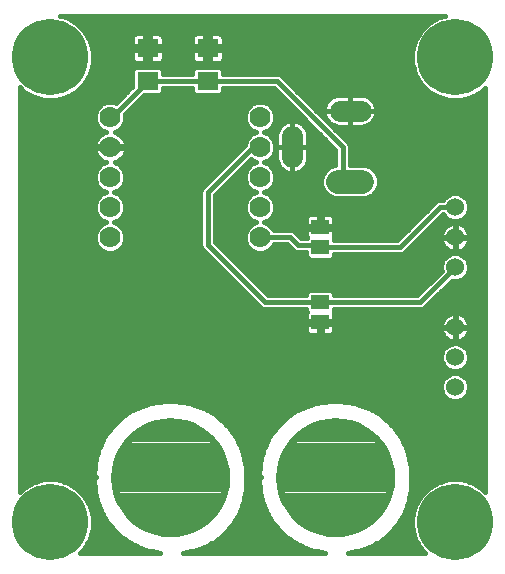
<source format=gtl>
G75*
%MOIN*%
%OFA0B0*%
%FSLAX24Y24*%
%IPPOS*%
%LPD*%
%AMOC8*
5,1,8,0,0,1.08239X$1,22.5*
%
%ADD10C,0.0700*%
%ADD11C,0.0700*%
%ADD12C,0.0800*%
%ADD13C,0.0600*%
%ADD14R,0.0591X0.0512*%
%ADD15C,0.0340*%
%ADD16C,0.0240*%
%ADD17R,0.0709X0.0630*%
%ADD18C,0.0160*%
%ADD19C,0.2540*%
D10*
X003680Y011180D03*
X003680Y012180D03*
X003680Y013180D03*
X003680Y014180D03*
X003680Y015180D03*
X008680Y015180D03*
X008680Y014180D03*
X008680Y013180D03*
X008680Y012180D03*
X008680Y011180D03*
D11*
X009751Y013848D02*
X009751Y014548D01*
X011330Y015399D02*
X012030Y015399D01*
D12*
X012080Y013036D02*
X011280Y013036D01*
D13*
X015180Y012180D03*
X015180Y011180D03*
X015180Y010180D03*
X015180Y008180D03*
X015180Y007180D03*
X015180Y006180D03*
D14*
X010680Y008345D03*
X010680Y009015D03*
X010680Y010845D03*
X010680Y011515D03*
D15*
X011180Y004780D03*
X005680Y004780D03*
D16*
X005680Y005050D02*
X005436Y005034D01*
X005196Y004986D01*
X004964Y004908D01*
X004745Y004800D01*
X004542Y004664D01*
X004358Y004502D01*
X004196Y004318D01*
X004060Y004115D01*
X003952Y003896D01*
X003874Y003664D01*
X003826Y003424D01*
X003810Y003180D01*
X003826Y002936D01*
X003874Y002696D01*
X003952Y002464D01*
X004060Y002245D01*
X004196Y002042D01*
X004358Y001858D01*
X004542Y001696D01*
X004745Y001560D01*
X004964Y001452D01*
X005196Y001374D01*
X005436Y001326D01*
X005680Y001310D01*
X005924Y001326D01*
X006164Y001374D01*
X006396Y001452D01*
X006615Y001560D01*
X006818Y001696D01*
X007002Y001858D01*
X007164Y002042D01*
X007300Y002245D01*
X007408Y002464D01*
X007486Y002696D01*
X007534Y002936D01*
X007550Y003180D01*
X007534Y003424D01*
X007486Y003664D01*
X007408Y003896D01*
X007300Y004115D01*
X007164Y004318D01*
X007002Y004502D01*
X006818Y004664D01*
X006615Y004800D01*
X006396Y004908D01*
X006164Y004986D01*
X005924Y005034D01*
X005680Y005050D01*
X005089Y004950D02*
X006271Y004950D01*
X006747Y004712D02*
X004613Y004712D01*
X004332Y004473D02*
X007028Y004473D01*
X007220Y004235D02*
X004140Y004235D01*
X004002Y003996D02*
X007358Y003996D01*
X007455Y003758D02*
X003905Y003758D01*
X003845Y003519D02*
X007515Y003519D01*
X007543Y003281D02*
X003817Y003281D01*
X003819Y003042D02*
X007541Y003042D01*
X007508Y002804D02*
X003852Y002804D01*
X003918Y002565D02*
X007442Y002565D01*
X007340Y002327D02*
X004020Y002327D01*
X004165Y002088D02*
X007195Y002088D01*
X006993Y001850D02*
X004367Y001850D01*
X004669Y001611D02*
X006691Y001611D01*
X006158Y001373D02*
X005202Y001373D01*
X009374Y002696D02*
X009326Y002936D01*
X009310Y003180D01*
X009326Y003424D01*
X009374Y003664D01*
X009452Y003896D01*
X009560Y004115D01*
X009696Y004318D01*
X009858Y004502D01*
X010042Y004664D01*
X010245Y004800D01*
X010464Y004908D01*
X010696Y004986D01*
X010936Y005034D01*
X011180Y005050D01*
X011424Y005034D01*
X011664Y004986D01*
X011896Y004908D01*
X012115Y004800D01*
X012318Y004664D01*
X012502Y004502D01*
X012664Y004318D01*
X012800Y004115D01*
X012908Y003896D01*
X012986Y003664D01*
X013034Y003424D01*
X013050Y003180D01*
X013034Y002936D01*
X012986Y002696D01*
X012908Y002464D01*
X012800Y002245D01*
X012664Y002042D01*
X012502Y001858D01*
X012318Y001696D01*
X012115Y001560D01*
X011896Y001452D01*
X011664Y001374D01*
X011424Y001326D01*
X011180Y001310D01*
X010936Y001326D01*
X010696Y001374D01*
X010464Y001452D01*
X010245Y001560D01*
X010042Y001696D01*
X009858Y001858D01*
X009696Y002042D01*
X009560Y002245D01*
X009452Y002464D01*
X009374Y002696D01*
X009352Y002804D02*
X013008Y002804D01*
X013041Y003042D02*
X009319Y003042D01*
X009317Y003281D02*
X013043Y003281D01*
X013015Y003519D02*
X009345Y003519D01*
X009405Y003758D02*
X012955Y003758D01*
X012858Y003996D02*
X009502Y003996D01*
X009640Y004235D02*
X012720Y004235D01*
X012528Y004473D02*
X009832Y004473D01*
X010113Y004712D02*
X012247Y004712D01*
X011771Y004950D02*
X010589Y004950D01*
X009418Y002565D02*
X012942Y002565D01*
X012840Y002327D02*
X009520Y002327D01*
X009665Y002088D02*
X012695Y002088D01*
X012493Y001850D02*
X009867Y001850D01*
X010169Y001611D02*
X012191Y001611D01*
X011658Y001373D02*
X010702Y001373D01*
D17*
X006930Y016379D03*
X006930Y017481D03*
X004930Y017481D03*
X004930Y016379D03*
D18*
X006930Y016379D01*
X009231Y016379D01*
X011430Y014180D01*
X011430Y013286D01*
X011680Y013036D01*
X011670Y013596D02*
X011670Y014228D01*
X011633Y014316D01*
X011566Y014383D01*
X009367Y016582D01*
X009279Y016619D01*
X007444Y016619D01*
X007444Y016760D01*
X007351Y016854D01*
X006509Y016854D01*
X006416Y016760D01*
X006416Y016619D01*
X005444Y016619D01*
X005444Y016760D01*
X005351Y016854D01*
X004509Y016854D01*
X004416Y016760D01*
X004416Y016204D01*
X003867Y015655D01*
X003781Y015690D01*
X003579Y015690D01*
X003391Y015612D01*
X003248Y015469D01*
X003170Y015281D01*
X003170Y015079D01*
X000660Y015079D01*
X000660Y014921D02*
X003235Y014921D01*
X003248Y014891D02*
X003391Y014748D01*
X003532Y014689D01*
X003477Y014671D01*
X003402Y014633D01*
X003335Y014584D01*
X003276Y014525D01*
X003227Y014458D01*
X003189Y014383D01*
X003163Y014304D01*
X003150Y014222D01*
X003150Y014208D01*
X003652Y014208D01*
X003652Y014152D01*
X003150Y014152D01*
X003150Y014138D01*
X003163Y014056D01*
X003189Y013977D01*
X003227Y013902D01*
X003276Y013835D01*
X003335Y013776D01*
X003402Y013727D01*
X003477Y013689D01*
X003532Y013671D01*
X003391Y013612D01*
X003248Y013469D01*
X003170Y013281D01*
X003170Y013079D01*
X003248Y012891D01*
X003391Y012748D01*
X003554Y012680D01*
X003391Y012612D01*
X003248Y012469D01*
X003170Y012281D01*
X003170Y012079D01*
X003248Y011891D01*
X003391Y011748D01*
X003554Y011680D01*
X003391Y011612D01*
X003248Y011469D01*
X003170Y011281D01*
X003170Y011079D01*
X003248Y010891D01*
X003391Y010748D01*
X003579Y010670D01*
X003781Y010670D01*
X003969Y010748D01*
X004112Y010891D01*
X004190Y011079D01*
X004190Y011281D01*
X004112Y011469D01*
X003969Y011612D01*
X003806Y011680D01*
X003969Y011748D01*
X004112Y011891D01*
X004190Y012079D01*
X004190Y012281D01*
X004112Y012469D01*
X003969Y012612D01*
X003806Y012680D01*
X003969Y012748D01*
X004112Y012891D01*
X004190Y013079D01*
X004190Y013281D01*
X004112Y013469D01*
X003969Y013612D01*
X003828Y013671D01*
X003883Y013689D01*
X003958Y013727D01*
X004025Y013776D01*
X004084Y013835D01*
X004133Y013902D01*
X004171Y013977D01*
X004197Y014056D01*
X004210Y014138D01*
X004210Y014152D01*
X003708Y014152D01*
X003708Y014208D01*
X004210Y014208D01*
X004210Y014222D01*
X004197Y014304D01*
X004171Y014383D01*
X004133Y014458D01*
X004084Y014525D01*
X004025Y014584D01*
X003958Y014633D01*
X003883Y014671D01*
X003828Y014689D01*
X003969Y014748D01*
X004112Y014891D01*
X004190Y015079D01*
X008170Y015079D01*
X008248Y014891D01*
X008391Y014748D01*
X008554Y014680D01*
X008391Y014612D01*
X008248Y014469D01*
X008170Y014281D01*
X008170Y014259D01*
X006794Y012883D01*
X006727Y012816D01*
X006690Y012728D01*
X006690Y010882D01*
X006727Y010794D01*
X006794Y010727D01*
X008709Y008811D01*
X008798Y008775D01*
X010225Y008775D01*
X010225Y008692D01*
X010228Y008689D01*
X010217Y008671D01*
X010205Y008625D01*
X010205Y008393D01*
X010632Y008393D01*
X010632Y008297D01*
X010728Y008297D01*
X010728Y007909D01*
X010999Y007909D01*
X011045Y007922D01*
X011086Y007945D01*
X011119Y007979D01*
X011143Y008020D01*
X011155Y008066D01*
X011155Y008297D01*
X010728Y008297D01*
X010728Y008393D01*
X011155Y008393D01*
X011155Y008625D01*
X011143Y008671D01*
X011132Y008689D01*
X011135Y008692D01*
X011135Y008775D01*
X014062Y008775D01*
X014151Y008811D01*
X015068Y009729D01*
X015088Y009720D01*
X015271Y009720D01*
X015441Y009790D01*
X015570Y009919D01*
X015640Y010088D01*
X015640Y010271D01*
X015570Y010441D01*
X015441Y010570D01*
X015271Y010640D01*
X015088Y010640D01*
X014919Y010570D01*
X014790Y010441D01*
X014720Y010271D01*
X014720Y010088D01*
X014729Y010068D01*
X013915Y009255D01*
X011135Y009255D01*
X011135Y009337D01*
X011042Y009431D01*
X010318Y009431D01*
X010225Y009337D01*
X010225Y009255D01*
X008945Y009255D01*
X007170Y011029D01*
X007170Y012581D01*
X008364Y013775D01*
X008391Y013748D01*
X008554Y013680D01*
X008391Y013612D01*
X008248Y013469D01*
X008170Y013281D01*
X008170Y013079D01*
X008248Y012891D01*
X008391Y012748D01*
X008554Y012680D01*
X008391Y012612D01*
X008248Y012469D01*
X008170Y012281D01*
X008170Y012079D01*
X008248Y011891D01*
X008391Y011748D01*
X008554Y011680D01*
X008391Y011612D01*
X008248Y011469D01*
X008170Y011281D01*
X008170Y011079D01*
X008248Y010891D01*
X008391Y010748D01*
X008579Y010670D01*
X008781Y010670D01*
X008969Y010748D01*
X009112Y010891D01*
X009133Y010940D01*
X009581Y010940D01*
X009727Y010794D01*
X009794Y010727D01*
X009882Y010690D01*
X010225Y010690D01*
X010225Y010523D01*
X010318Y010429D01*
X011042Y010429D01*
X011135Y010523D01*
X011135Y010605D01*
X013393Y010605D01*
X013481Y010642D01*
X014779Y011940D01*
X014782Y011940D01*
X014790Y011919D01*
X014919Y011790D01*
X015088Y011720D01*
X015271Y011720D01*
X015441Y011790D01*
X015570Y011919D01*
X015640Y012088D01*
X015640Y012271D01*
X015570Y012441D01*
X015441Y012570D01*
X015271Y012640D01*
X015088Y012640D01*
X014919Y012570D01*
X014790Y012441D01*
X014782Y012420D01*
X014632Y012420D01*
X014544Y012383D01*
X014477Y012316D01*
X013246Y011085D01*
X011135Y011085D01*
X011135Y011168D01*
X011132Y011171D01*
X011143Y011189D01*
X011155Y011235D01*
X011155Y011467D01*
X010728Y011467D01*
X010728Y011563D01*
X010632Y011563D01*
X010632Y011951D01*
X010361Y011951D01*
X010315Y011938D01*
X010274Y011915D01*
X010241Y011881D01*
X010217Y011840D01*
X010205Y011794D01*
X010205Y011563D01*
X010632Y011563D01*
X010632Y011467D01*
X010205Y011467D01*
X010205Y011235D01*
X010217Y011189D01*
X010228Y011171D01*
X010227Y011170D01*
X010029Y011170D01*
X009816Y011383D01*
X009728Y011420D01*
X009133Y011420D01*
X009112Y011469D01*
X008969Y011612D01*
X008806Y011680D01*
X008969Y011748D01*
X009112Y011891D01*
X009190Y012079D01*
X009190Y012281D01*
X009112Y012469D01*
X008969Y012612D01*
X008806Y012680D01*
X008969Y012748D01*
X009112Y012891D01*
X009190Y013079D01*
X009190Y013281D01*
X009112Y013469D01*
X008969Y013612D01*
X008806Y013680D01*
X008969Y013748D01*
X009112Y013891D01*
X009190Y014079D01*
X009190Y014281D01*
X009112Y014469D01*
X008969Y014612D01*
X008806Y014680D01*
X008969Y014748D01*
X009112Y014891D01*
X009190Y015079D01*
X010192Y015079D01*
X010096Y014952D02*
X010155Y014893D01*
X010204Y014825D01*
X010242Y014751D01*
X010268Y014672D01*
X010281Y014589D01*
X010281Y014198D01*
X009751Y014198D01*
X009751Y014198D01*
X009751Y015078D01*
X009793Y015078D01*
X009875Y015065D01*
X009954Y015039D01*
X010029Y015001D01*
X010096Y014952D01*
X010128Y014921D02*
X010350Y014921D01*
X010237Y014762D02*
X010509Y014762D01*
X010667Y014604D02*
X010279Y014604D01*
X010281Y014445D02*
X010826Y014445D01*
X010984Y014287D02*
X010281Y014287D01*
X010281Y014198D02*
X009751Y014198D01*
X009751Y014198D01*
X009751Y015078D01*
X009709Y015078D01*
X009627Y015065D01*
X009547Y015039D01*
X009473Y015001D01*
X009406Y014952D01*
X009347Y014893D01*
X009298Y014825D01*
X009260Y014751D01*
X009234Y014672D01*
X009221Y014589D01*
X009221Y014198D01*
X009751Y014198D01*
X009751Y014198D01*
X009751Y013318D01*
X009793Y013318D01*
X009875Y013331D01*
X009954Y013357D01*
X010029Y013394D01*
X010096Y013443D01*
X010155Y013502D01*
X010204Y013570D01*
X010242Y013644D01*
X010268Y013724D01*
X010281Y013806D01*
X010281Y014198D01*
X010281Y014128D02*
X011143Y014128D01*
X011190Y014081D02*
X011190Y013596D01*
X011169Y013596D01*
X010963Y013511D01*
X010805Y013354D01*
X010720Y013148D01*
X010720Y012925D01*
X010805Y012719D01*
X010963Y012562D01*
X011169Y012476D01*
X012191Y012476D01*
X012397Y012562D01*
X012555Y012719D01*
X012640Y012925D01*
X012640Y013148D01*
X012555Y013354D01*
X012397Y013511D01*
X012191Y013596D01*
X011670Y013596D01*
X011670Y013653D02*
X016192Y013653D01*
X016192Y013811D02*
X011670Y013811D01*
X011670Y013970D02*
X016192Y013970D01*
X016192Y014128D02*
X011670Y014128D01*
X011646Y014287D02*
X016192Y014287D01*
X016192Y014445D02*
X011504Y014445D01*
X011346Y014604D02*
X016192Y014604D01*
X016192Y014762D02*
X011187Y014762D01*
X011206Y014882D02*
X011288Y014869D01*
X011680Y014869D01*
X012072Y014869D01*
X012154Y014882D01*
X012233Y014907D01*
X012308Y014945D01*
X012375Y014994D01*
X012434Y015053D01*
X012483Y015121D01*
X012521Y015195D01*
X012547Y015274D01*
X012560Y015357D01*
X012560Y015398D01*
X011680Y015398D01*
X011680Y014869D01*
X011680Y015398D01*
X011680Y015398D01*
X011680Y015399D01*
X011680Y015929D01*
X011288Y015929D01*
X011206Y015915D01*
X011127Y015890D01*
X011052Y015852D01*
X010985Y015803D01*
X010926Y015744D01*
X010877Y015676D01*
X010839Y015602D01*
X010813Y015523D01*
X010800Y015440D01*
X010800Y015399D01*
X011680Y015399D01*
X011680Y015399D01*
X011680Y015929D01*
X012072Y015929D01*
X012154Y015915D01*
X012233Y015890D01*
X012308Y015852D01*
X012375Y015803D01*
X012434Y015744D01*
X012483Y015676D01*
X012521Y015602D01*
X012547Y015523D01*
X012560Y015440D01*
X012560Y015399D01*
X011680Y015399D01*
X011680Y015398D01*
X010800Y015398D01*
X010800Y015357D01*
X010813Y015274D01*
X010839Y015195D01*
X010877Y015121D01*
X010926Y015053D01*
X010985Y014994D01*
X011052Y014945D01*
X011127Y014907D01*
X011206Y014882D01*
X011101Y014921D02*
X011029Y014921D01*
X010907Y015079D02*
X010870Y015079D01*
X010825Y015238D02*
X010712Y015238D01*
X010800Y015396D02*
X010553Y015396D01*
X010395Y015555D02*
X010823Y015555D01*
X010903Y015713D02*
X010236Y015713D01*
X010078Y015872D02*
X011091Y015872D01*
X011680Y015872D02*
X011680Y015872D01*
X011680Y015713D02*
X011680Y015713D01*
X011680Y015555D02*
X011680Y015555D01*
X011680Y015396D02*
X011680Y015396D01*
X011680Y015238D02*
X011680Y015238D01*
X011680Y015079D02*
X011680Y015079D01*
X011680Y014921D02*
X011680Y014921D01*
X012259Y014921D02*
X016192Y014921D01*
X016192Y015079D02*
X012453Y015079D01*
X012535Y015238D02*
X016192Y015238D01*
X016192Y015396D02*
X012560Y015396D01*
X012537Y015555D02*
X016192Y015555D01*
X016192Y015713D02*
X012457Y015713D01*
X012269Y015872D02*
X014586Y015872D01*
X014628Y015847D02*
X014992Y015750D01*
X015368Y015750D01*
X015732Y015847D01*
X016058Y016036D01*
X016192Y016170D01*
X016192Y002690D01*
X016058Y002824D01*
X015732Y003013D01*
X015368Y003110D01*
X014992Y003110D01*
X014628Y003013D01*
X014302Y002824D01*
X014036Y002558D01*
X013847Y002232D01*
X013750Y001868D01*
X013750Y001492D01*
X013847Y001128D01*
X014036Y000802D01*
X014178Y000660D01*
X011624Y000660D01*
X011661Y000667D01*
X011707Y000670D01*
X011713Y000676D01*
X011886Y000708D01*
X011894Y000704D01*
X011938Y000717D01*
X011983Y000726D01*
X011988Y000733D01*
X012156Y000786D01*
X012164Y000782D01*
X012206Y000801D01*
X012250Y000815D01*
X012254Y000823D01*
X012415Y000895D01*
X012424Y000893D01*
X012463Y000917D01*
X012505Y000936D01*
X012508Y000944D01*
X012659Y001035D01*
X012668Y001034D01*
X012704Y001062D01*
X012743Y001086D01*
X012745Y001095D01*
X012884Y001203D01*
X012893Y001203D01*
X012925Y001236D01*
X012961Y001264D01*
X012963Y001273D01*
X013087Y001397D01*
X013096Y001399D01*
X013124Y001435D01*
X013157Y001467D01*
X013157Y001476D01*
X013265Y001615D01*
X013274Y001617D01*
X013298Y001656D01*
X013326Y001692D01*
X013325Y001701D01*
X013416Y001852D01*
X013424Y001855D01*
X013443Y001897D01*
X013467Y001936D01*
X013465Y001945D01*
X013537Y002106D01*
X013545Y002110D01*
X013559Y002154D01*
X013578Y002196D01*
X013574Y002204D01*
X013627Y002372D01*
X013634Y002377D01*
X013643Y002422D01*
X013656Y002466D01*
X013652Y002474D01*
X013684Y002647D01*
X013690Y002653D01*
X013693Y002699D01*
X013702Y002744D01*
X013696Y002752D01*
X013707Y002923D01*
X013710Y002926D01*
X013710Y002976D01*
X013713Y003026D01*
X013710Y003029D01*
X013710Y003231D01*
X013713Y003234D01*
X013710Y003284D01*
X013710Y003334D01*
X013707Y003337D01*
X013696Y003520D01*
X013701Y003528D01*
X013693Y003573D01*
X013690Y003619D01*
X013683Y003625D01*
X013649Y003810D01*
X013653Y003818D01*
X013640Y003862D01*
X013631Y003907D01*
X013624Y003912D01*
X013568Y004091D01*
X013571Y004100D01*
X013552Y004142D01*
X013539Y004186D01*
X013531Y004190D01*
X013454Y004361D01*
X013456Y004370D01*
X013432Y004409D01*
X013413Y004451D01*
X013405Y004455D01*
X013307Y004615D01*
X013308Y004624D01*
X013280Y004661D01*
X013256Y004700D01*
X013248Y004702D01*
X013132Y004850D01*
X013132Y004859D01*
X013099Y004892D01*
X013071Y004928D01*
X013062Y004929D01*
X012929Y005062D01*
X012928Y005071D01*
X012892Y005099D01*
X012859Y005132D01*
X012850Y005132D01*
X012702Y005248D01*
X012700Y005256D01*
X012661Y005280D01*
X012624Y005308D01*
X012615Y005307D01*
X012455Y005405D01*
X012451Y005413D01*
X012409Y005432D01*
X012370Y005456D01*
X012361Y005454D01*
X012190Y005531D01*
X012186Y005539D01*
X012142Y005552D01*
X012100Y005571D01*
X012091Y005568D01*
X011912Y005624D01*
X011907Y005631D01*
X011862Y005640D01*
X011818Y005653D01*
X011810Y005649D01*
X011625Y005683D01*
X011619Y005690D01*
X011573Y005693D01*
X011528Y005701D01*
X011520Y005696D01*
X011337Y005707D01*
X011334Y005710D01*
X011284Y005710D01*
X011234Y005713D01*
X011231Y005710D01*
X011129Y005710D01*
X011126Y005713D01*
X011076Y005710D01*
X011026Y005710D01*
X011023Y005707D01*
X010840Y005696D01*
X010832Y005701D01*
X010787Y005693D01*
X010741Y005690D01*
X010735Y005683D01*
X010550Y005649D01*
X010542Y005653D01*
X010498Y005640D01*
X010453Y005631D01*
X010448Y005624D01*
X010269Y005568D01*
X010260Y005571D01*
X010218Y005552D01*
X010174Y005539D01*
X010170Y005531D01*
X009999Y005454D01*
X009990Y005456D01*
X009951Y005432D01*
X009909Y005413D01*
X009905Y005405D01*
X009745Y005307D01*
X009736Y005308D01*
X009699Y005280D01*
X009660Y005256D01*
X009658Y005248D01*
X009510Y005132D01*
X009501Y005132D01*
X009468Y005099D01*
X009432Y005071D01*
X009431Y005062D01*
X009298Y004929D01*
X009289Y004928D01*
X009261Y004892D01*
X009228Y004859D01*
X009228Y004850D01*
X009112Y004702D01*
X009104Y004700D01*
X009080Y004661D01*
X009052Y004624D01*
X009053Y004615D01*
X008955Y004455D01*
X008947Y004451D01*
X008928Y004409D01*
X008904Y004370D01*
X008906Y004361D01*
X008829Y004190D01*
X008821Y004186D01*
X008808Y004142D01*
X008789Y004100D01*
X008792Y004091D01*
X008736Y003912D01*
X008729Y003907D01*
X008720Y003862D01*
X008707Y003818D01*
X008711Y003810D01*
X008677Y003625D01*
X008670Y003619D01*
X008667Y003573D01*
X008659Y003528D01*
X008664Y003520D01*
X008653Y003337D01*
X008650Y003334D01*
X008650Y003284D01*
X008647Y003234D01*
X008650Y003231D01*
X008650Y003226D01*
X008685Y003191D01*
X008695Y003180D01*
X008685Y003169D01*
X008650Y003134D01*
X008650Y003129D01*
X008647Y003126D01*
X008650Y003076D01*
X008650Y003026D01*
X008653Y003023D01*
X008664Y002840D01*
X008659Y002832D01*
X008667Y002787D01*
X008670Y002741D01*
X008677Y002735D01*
X008711Y002550D01*
X008707Y002542D01*
X008720Y002498D01*
X008729Y002453D01*
X008736Y002448D01*
X008792Y002269D01*
X008789Y002260D01*
X008808Y002218D01*
X008821Y002174D01*
X008829Y002170D01*
X008906Y001999D01*
X008904Y001990D01*
X008928Y001951D01*
X008947Y001909D01*
X008955Y001905D01*
X009053Y001745D01*
X009052Y001736D01*
X009080Y001699D01*
X009104Y001660D01*
X009112Y001658D01*
X009228Y001510D01*
X009228Y001501D01*
X009261Y001468D01*
X009289Y001432D01*
X009298Y001431D01*
X009431Y001298D01*
X009432Y001289D01*
X009468Y001261D01*
X009501Y001228D01*
X009510Y001228D01*
X009658Y001112D01*
X009660Y001104D01*
X009699Y001080D01*
X009736Y001052D01*
X009745Y001053D01*
X009905Y000955D01*
X009909Y000947D01*
X009951Y000928D01*
X009990Y000904D01*
X009999Y000906D01*
X010170Y000829D01*
X010174Y000821D01*
X010218Y000808D01*
X010260Y000789D01*
X010269Y000792D01*
X010448Y000736D01*
X010453Y000729D01*
X010498Y000720D01*
X010542Y000707D01*
X010550Y000711D01*
X010735Y000677D01*
X010741Y000670D01*
X010787Y000667D01*
X010828Y000660D01*
X006124Y000660D01*
X006161Y000667D01*
X006207Y000670D01*
X006213Y000676D01*
X006386Y000708D01*
X006394Y000704D01*
X006438Y000717D01*
X006483Y000726D01*
X006488Y000733D01*
X006656Y000786D01*
X006664Y000782D01*
X006706Y000801D01*
X006750Y000815D01*
X006754Y000823D01*
X006915Y000895D01*
X006924Y000893D01*
X006963Y000917D01*
X007005Y000936D01*
X007008Y000944D01*
X007159Y001035D01*
X007168Y001034D01*
X007204Y001062D01*
X007243Y001086D01*
X007245Y001095D01*
X007384Y001203D01*
X007393Y001203D01*
X007425Y001236D01*
X007461Y001264D01*
X007463Y001273D01*
X007587Y001397D01*
X007596Y001399D01*
X007624Y001435D01*
X007657Y001467D01*
X007657Y001476D01*
X007765Y001615D01*
X007774Y001617D01*
X007798Y001656D01*
X007826Y001692D01*
X007825Y001701D01*
X007916Y001852D01*
X007924Y001855D01*
X007943Y001897D01*
X007967Y001936D01*
X007965Y001945D01*
X008037Y002106D01*
X008045Y002110D01*
X008059Y002154D01*
X008078Y002196D01*
X008074Y002204D01*
X008127Y002372D01*
X008134Y002377D01*
X008143Y002422D01*
X008156Y002466D01*
X008152Y002474D01*
X008184Y002647D01*
X008190Y002653D01*
X008193Y002699D01*
X008202Y002744D01*
X008196Y002752D01*
X008207Y002923D01*
X008210Y002926D01*
X008210Y002976D01*
X008213Y003026D01*
X008210Y003029D01*
X008210Y003231D01*
X008213Y003234D01*
X008210Y003284D01*
X008210Y003334D01*
X008207Y003337D01*
X008196Y003520D01*
X008201Y003528D01*
X008193Y003573D01*
X008190Y003619D01*
X008183Y003625D01*
X008149Y003810D01*
X008153Y003818D01*
X008140Y003862D01*
X008131Y003907D01*
X008124Y003912D01*
X008068Y004091D01*
X008071Y004100D01*
X008052Y004142D01*
X008039Y004186D01*
X008031Y004190D01*
X007954Y004361D01*
X007956Y004370D01*
X007932Y004409D01*
X007913Y004451D01*
X007905Y004455D01*
X007807Y004615D01*
X007808Y004624D01*
X007780Y004661D01*
X007756Y004700D01*
X007748Y004702D01*
X007632Y004850D01*
X007632Y004859D01*
X007599Y004892D01*
X007571Y004928D01*
X007562Y004929D01*
X007429Y005062D01*
X007428Y005071D01*
X007392Y005099D01*
X007359Y005132D01*
X007350Y005132D01*
X007202Y005248D01*
X007200Y005256D01*
X007161Y005280D01*
X007124Y005308D01*
X007115Y005307D01*
X006955Y005405D01*
X006951Y005413D01*
X006909Y005432D01*
X006870Y005456D01*
X006861Y005454D01*
X006690Y005531D01*
X006686Y005539D01*
X006642Y005552D01*
X006600Y005571D01*
X006591Y005568D01*
X006412Y005624D01*
X006407Y005631D01*
X006362Y005640D01*
X006318Y005653D01*
X006310Y005649D01*
X006125Y005683D01*
X006119Y005690D01*
X006073Y005693D01*
X006028Y005701D01*
X006020Y005696D01*
X005837Y005707D01*
X005834Y005710D01*
X005784Y005710D01*
X005734Y005713D01*
X005731Y005710D01*
X005629Y005710D01*
X005626Y005713D01*
X005576Y005710D01*
X005526Y005710D01*
X005523Y005707D01*
X005340Y005696D01*
X005332Y005701D01*
X005287Y005693D01*
X005241Y005690D01*
X005235Y005683D01*
X005050Y005649D01*
X005042Y005653D01*
X004998Y005640D01*
X004953Y005631D01*
X004948Y005624D01*
X004769Y005568D01*
X004760Y005571D01*
X004718Y005552D01*
X004674Y005539D01*
X004670Y005531D01*
X004499Y005454D01*
X004490Y005456D01*
X004451Y005432D01*
X004409Y005413D01*
X004405Y005405D01*
X004245Y005307D01*
X004236Y005308D01*
X004199Y005280D01*
X004160Y005256D01*
X004158Y005248D01*
X004010Y005132D01*
X004001Y005132D01*
X003968Y005099D01*
X003932Y005071D01*
X003931Y005062D01*
X003798Y004929D01*
X003789Y004928D01*
X003761Y004892D01*
X003728Y004859D01*
X003728Y004850D01*
X003612Y004702D01*
X003604Y004700D01*
X003580Y004661D01*
X003552Y004624D01*
X003553Y004615D01*
X003455Y004455D01*
X003447Y004451D01*
X003428Y004409D01*
X003404Y004370D01*
X003406Y004361D01*
X003329Y004190D01*
X003321Y004186D01*
X003308Y004142D01*
X003289Y004100D01*
X003292Y004091D01*
X003236Y003912D01*
X003229Y003907D01*
X003220Y003862D01*
X003207Y003818D01*
X003211Y003810D01*
X003177Y003625D01*
X003170Y003619D01*
X003167Y003573D01*
X003159Y003528D01*
X003164Y003520D01*
X003153Y003337D01*
X003150Y003334D01*
X003150Y003284D01*
X003147Y003234D01*
X003150Y003231D01*
X003150Y003226D01*
X003185Y003191D01*
X003195Y003180D01*
X003185Y003169D01*
X003150Y003134D01*
X003150Y003129D01*
X003147Y003126D01*
X003150Y003076D01*
X003150Y003026D01*
X003153Y003023D01*
X003164Y002840D01*
X003159Y002832D01*
X003167Y002787D01*
X003170Y002741D01*
X003177Y002735D01*
X003211Y002550D01*
X003207Y002542D01*
X003220Y002498D01*
X003229Y002453D01*
X003236Y002448D01*
X003292Y002269D01*
X003289Y002260D01*
X003308Y002218D01*
X003321Y002174D01*
X003329Y002170D01*
X003406Y001999D01*
X003404Y001990D01*
X003428Y001951D01*
X003447Y001909D01*
X003455Y001905D01*
X003553Y001745D01*
X003552Y001736D01*
X003580Y001699D01*
X003604Y001660D01*
X003612Y001658D01*
X003728Y001510D01*
X003728Y001501D01*
X003761Y001468D01*
X003789Y001432D01*
X003798Y001431D01*
X003931Y001298D01*
X003932Y001289D01*
X003968Y001261D01*
X004001Y001228D01*
X004010Y001228D01*
X004158Y001112D01*
X004160Y001104D01*
X004199Y001080D01*
X004236Y001052D01*
X004245Y001053D01*
X004405Y000955D01*
X004409Y000947D01*
X004451Y000928D01*
X004490Y000904D01*
X004499Y000906D01*
X004670Y000829D01*
X004674Y000821D01*
X004718Y000808D01*
X004760Y000789D01*
X004769Y000792D01*
X004948Y000736D01*
X004953Y000729D01*
X004998Y000720D01*
X005042Y000707D01*
X005050Y000711D01*
X005235Y000677D01*
X005241Y000670D01*
X005287Y000667D01*
X005328Y000660D01*
X002682Y000660D01*
X002824Y000802D01*
X003013Y001128D01*
X003110Y001492D01*
X003110Y001868D01*
X003013Y002232D01*
X002824Y002558D01*
X002558Y002824D01*
X002232Y003013D01*
X001868Y003110D01*
X001492Y003110D01*
X001128Y003013D01*
X000802Y002824D01*
X000660Y002682D01*
X000660Y016178D01*
X000802Y016036D01*
X001128Y015847D01*
X001492Y015750D01*
X001868Y015750D01*
X002232Y015847D01*
X002558Y016036D01*
X002824Y016302D01*
X003013Y016628D01*
X003110Y016992D01*
X003110Y017368D01*
X003013Y017732D01*
X002824Y018058D01*
X002558Y018324D01*
X002232Y018513D01*
X002017Y018570D01*
X014843Y018570D01*
X014628Y018513D01*
X014302Y018324D01*
X014036Y018058D01*
X013847Y017732D01*
X013750Y017368D01*
X013750Y016992D01*
X013847Y016628D01*
X014036Y016302D01*
X014302Y016036D01*
X014628Y015847D01*
X014312Y016030D02*
X009919Y016030D01*
X009761Y016189D02*
X014149Y016189D01*
X014010Y016347D02*
X009602Y016347D01*
X009444Y016506D02*
X013918Y016506D01*
X013838Y016664D02*
X007444Y016664D01*
X007382Y016823D02*
X013795Y016823D01*
X013753Y016981D02*
X003107Y016981D01*
X003110Y017140D02*
X004396Y017140D01*
X004396Y017143D02*
X004408Y017097D01*
X004432Y017056D01*
X004465Y017022D01*
X004506Y016998D01*
X004552Y016986D01*
X004853Y016986D01*
X004853Y017404D01*
X005007Y017404D01*
X005007Y016986D01*
X005308Y016986D01*
X005354Y016998D01*
X005395Y017022D01*
X005428Y017056D01*
X005452Y017097D01*
X005464Y017143D01*
X005464Y017404D01*
X005007Y017404D01*
X005007Y017559D01*
X004853Y017559D01*
X004853Y017976D01*
X004552Y017976D01*
X004506Y017964D01*
X004465Y017940D01*
X004432Y017907D01*
X004408Y017866D01*
X004396Y017820D01*
X004396Y017559D01*
X004853Y017559D01*
X004853Y017404D01*
X004396Y017404D01*
X004396Y017143D01*
X004396Y017298D02*
X003110Y017298D01*
X003086Y017457D02*
X004853Y017457D01*
X005007Y017457D02*
X006853Y017457D01*
X006853Y017404D02*
X006853Y017559D01*
X006853Y017976D01*
X006552Y017976D01*
X006506Y017964D01*
X006465Y017940D01*
X006432Y017907D01*
X006408Y017866D01*
X006396Y017820D01*
X006396Y017559D01*
X006853Y017559D01*
X007007Y017559D01*
X007007Y017976D01*
X007308Y017976D01*
X007354Y017964D01*
X007395Y017940D01*
X007428Y017907D01*
X007452Y017866D01*
X007464Y017820D01*
X007464Y017559D01*
X007007Y017559D01*
X007007Y017404D01*
X007007Y016986D01*
X007308Y016986D01*
X007354Y016998D01*
X007395Y017022D01*
X007428Y017056D01*
X007452Y017097D01*
X007464Y017143D01*
X007464Y017404D01*
X007007Y017404D01*
X006853Y017404D01*
X006853Y016986D01*
X006552Y016986D01*
X006506Y016998D01*
X006465Y017022D01*
X006432Y017056D01*
X006408Y017097D01*
X006396Y017143D01*
X006396Y017404D01*
X006853Y017404D01*
X006853Y017298D02*
X007007Y017298D01*
X007007Y017140D02*
X006853Y017140D01*
X007007Y017457D02*
X013774Y017457D01*
X013750Y017298D02*
X007464Y017298D01*
X007464Y017140D02*
X013750Y017140D01*
X013816Y017615D02*
X007464Y017615D01*
X007464Y017774D02*
X013871Y017774D01*
X013963Y017932D02*
X007403Y017932D01*
X007007Y017932D02*
X006853Y017932D01*
X006853Y017774D02*
X007007Y017774D01*
X007007Y017615D02*
X006853Y017615D01*
X006457Y017932D02*
X005403Y017932D01*
X005395Y017940D02*
X005428Y017907D01*
X005452Y017866D01*
X005464Y017820D01*
X005464Y017559D01*
X005007Y017559D01*
X005007Y017976D01*
X005308Y017976D01*
X005354Y017964D01*
X005395Y017940D01*
X005464Y017774D02*
X006396Y017774D01*
X006396Y017615D02*
X005464Y017615D01*
X005464Y017298D02*
X006396Y017298D01*
X006396Y017140D02*
X005464Y017140D01*
X005382Y016823D02*
X006478Y016823D01*
X006416Y016664D02*
X005444Y016664D01*
X005444Y016139D02*
X006416Y016139D01*
X006416Y015998D01*
X006509Y015904D01*
X007351Y015904D01*
X007444Y015998D01*
X007444Y016139D01*
X009132Y016139D01*
X011190Y014081D01*
X011190Y013970D02*
X010281Y013970D01*
X010281Y013811D02*
X011190Y013811D01*
X011190Y013653D02*
X010245Y013653D01*
X010147Y013494D02*
X010946Y013494D01*
X010798Y013336D02*
X009890Y013336D01*
X009751Y013336D02*
X009751Y013336D01*
X009751Y013318D02*
X009751Y014198D01*
X009751Y014198D01*
X009221Y014198D01*
X009221Y013806D01*
X009234Y013724D01*
X009260Y013644D01*
X009298Y013570D01*
X009347Y013502D01*
X009406Y013443D01*
X009473Y013394D01*
X009547Y013357D01*
X009627Y013331D01*
X009709Y013318D01*
X009751Y013318D01*
X009612Y013336D02*
X009168Y013336D01*
X009190Y013177D02*
X010732Y013177D01*
X010720Y013019D02*
X009165Y013019D01*
X009081Y012860D02*
X010747Y012860D01*
X010823Y012702D02*
X008858Y012702D01*
X009038Y012543D02*
X011008Y012543D01*
X010999Y011951D02*
X010728Y011951D01*
X010728Y011563D01*
X011155Y011563D01*
X011155Y011794D01*
X011143Y011840D01*
X011119Y011881D01*
X011086Y011915D01*
X011045Y011938D01*
X010999Y011951D01*
X011091Y011909D02*
X014070Y011909D01*
X014228Y012068D02*
X009185Y012068D01*
X009190Y012226D02*
X014387Y012226D01*
X014477Y012316D02*
X014477Y012316D01*
X014547Y012385D02*
X009147Y012385D01*
X009120Y011909D02*
X010269Y011909D01*
X010205Y011751D02*
X008972Y011751D01*
X008989Y011592D02*
X010205Y011592D01*
X010205Y011434D02*
X009127Y011434D01*
X008680Y011180D02*
X009680Y011180D01*
X009930Y010930D01*
X010595Y010930D01*
X010680Y010845D01*
X013345Y010845D01*
X014680Y012180D01*
X015180Y012180D01*
X015345Y011751D02*
X016192Y011751D01*
X016192Y011909D02*
X015560Y011909D01*
X015631Y012068D02*
X016192Y012068D01*
X016192Y012226D02*
X015640Y012226D01*
X015593Y012385D02*
X016192Y012385D01*
X016192Y012543D02*
X015468Y012543D01*
X014892Y012543D02*
X012352Y012543D01*
X012537Y012702D02*
X016192Y012702D01*
X016192Y012860D02*
X012613Y012860D01*
X012640Y013019D02*
X016192Y013019D01*
X016192Y013177D02*
X012628Y013177D01*
X012562Y013336D02*
X016192Y013336D01*
X016192Y013494D02*
X012414Y013494D01*
X011155Y011751D02*
X013911Y011751D01*
X013753Y011592D02*
X011155Y011592D01*
X011155Y011434D02*
X013594Y011434D01*
X013436Y011275D02*
X011155Y011275D01*
X011135Y011117D02*
X013277Y011117D01*
X013639Y010800D02*
X014887Y010800D01*
X014867Y010814D02*
X014928Y010769D01*
X014996Y010735D01*
X015068Y010712D01*
X015142Y010700D01*
X015160Y010700D01*
X015160Y011160D01*
X015200Y011160D01*
X015200Y011200D01*
X015660Y011200D01*
X015660Y011218D01*
X015648Y011292D01*
X015625Y011364D01*
X015591Y011432D01*
X015546Y011493D01*
X015493Y011546D01*
X015432Y011591D01*
X015364Y011625D01*
X015292Y011648D01*
X015218Y011660D01*
X015200Y011660D01*
X015200Y011200D01*
X015160Y011200D01*
X015160Y011660D01*
X015142Y011660D01*
X015068Y011648D01*
X014996Y011625D01*
X014928Y011591D01*
X014867Y011546D01*
X014814Y011493D01*
X014769Y011432D01*
X014735Y011364D01*
X014712Y011292D01*
X014700Y011218D01*
X014700Y011200D01*
X015160Y011200D01*
X015160Y011160D01*
X014700Y011160D01*
X014700Y011142D01*
X014712Y011068D01*
X014735Y010996D01*
X014769Y010928D01*
X014814Y010867D01*
X014867Y010814D01*
X014754Y010958D02*
X013797Y010958D01*
X013956Y011117D02*
X014704Y011117D01*
X014709Y011275D02*
X014114Y011275D01*
X014273Y011434D02*
X014771Y011434D01*
X014931Y011592D02*
X014431Y011592D01*
X014590Y011751D02*
X015015Y011751D01*
X015160Y011592D02*
X015200Y011592D01*
X015200Y011434D02*
X015160Y011434D01*
X015160Y011275D02*
X015200Y011275D01*
X015200Y011160D02*
X015660Y011160D01*
X015660Y011142D01*
X015648Y011068D01*
X015625Y010996D01*
X015591Y010928D01*
X015546Y010867D01*
X015493Y010814D01*
X015432Y010769D01*
X015364Y010735D01*
X015292Y010712D01*
X015218Y010700D01*
X015200Y010700D01*
X015200Y011160D01*
X015200Y011117D02*
X015160Y011117D01*
X015160Y010958D02*
X015200Y010958D01*
X015200Y010800D02*
X015160Y010800D01*
X015473Y010800D02*
X016192Y010800D01*
X016192Y010958D02*
X015606Y010958D01*
X015656Y011117D02*
X016192Y011117D01*
X016192Y011275D02*
X015651Y011275D01*
X015589Y011434D02*
X016192Y011434D01*
X016192Y011592D02*
X015429Y011592D01*
X014800Y011909D02*
X014748Y011909D01*
X014832Y010483D02*
X011095Y010483D01*
X010265Y010483D02*
X007717Y010483D01*
X007558Y010641D02*
X010225Y010641D01*
X009721Y010800D02*
X009021Y010800D01*
X008339Y010800D02*
X007400Y010800D01*
X007241Y010958D02*
X008220Y010958D01*
X008170Y011117D02*
X007170Y011117D01*
X007170Y011275D02*
X008170Y011275D01*
X008233Y011434D02*
X007170Y011434D01*
X007170Y011592D02*
X008371Y011592D01*
X008388Y011751D02*
X007170Y011751D01*
X007170Y011909D02*
X008240Y011909D01*
X008175Y012068D02*
X007170Y012068D01*
X007170Y012226D02*
X008170Y012226D01*
X008213Y012385D02*
X007170Y012385D01*
X007170Y012543D02*
X008322Y012543D01*
X008502Y012702D02*
X007291Y012702D01*
X007449Y012860D02*
X008279Y012860D01*
X008195Y013019D02*
X007608Y013019D01*
X007766Y013177D02*
X008170Y013177D01*
X008192Y013336D02*
X007925Y013336D01*
X008083Y013494D02*
X008273Y013494D01*
X008242Y013653D02*
X008488Y013653D01*
X008872Y013653D02*
X009257Y013653D01*
X009221Y013811D02*
X009032Y013811D01*
X009145Y013970D02*
X009221Y013970D01*
X009221Y014128D02*
X009190Y014128D01*
X009188Y014287D02*
X009221Y014287D01*
X009221Y014445D02*
X009122Y014445D01*
X009223Y014604D02*
X008978Y014604D01*
X008983Y014762D02*
X009265Y014762D01*
X009374Y014921D02*
X009125Y014921D01*
X009190Y015079D02*
X009190Y015281D01*
X009112Y015469D01*
X008969Y015612D01*
X008781Y015690D01*
X008579Y015690D01*
X008391Y015612D01*
X008248Y015469D01*
X008170Y015281D01*
X008170Y015079D01*
X008170Y015238D02*
X004190Y015238D01*
X004190Y015281D02*
X004185Y015294D01*
X004794Y015904D01*
X005351Y015904D01*
X005444Y015998D01*
X005444Y016139D01*
X005444Y016030D02*
X006416Y016030D01*
X007444Y016030D02*
X009241Y016030D01*
X009399Y015872D02*
X004762Y015872D01*
X004604Y015713D02*
X009558Y015713D01*
X009716Y015555D02*
X009027Y015555D01*
X009143Y015396D02*
X009875Y015396D01*
X010033Y015238D02*
X009190Y015238D01*
X009751Y014921D02*
X009751Y014921D01*
X009751Y014762D02*
X009751Y014762D01*
X009751Y014604D02*
X009751Y014604D01*
X009751Y014445D02*
X009751Y014445D01*
X009751Y014287D02*
X009751Y014287D01*
X009751Y014128D02*
X009751Y014128D01*
X009751Y013970D02*
X009751Y013970D01*
X009751Y013811D02*
X009751Y013811D01*
X009751Y013653D02*
X009751Y013653D01*
X009751Y013494D02*
X009751Y013494D01*
X009355Y013494D02*
X009087Y013494D01*
X008680Y014180D02*
X008430Y014180D01*
X006930Y012680D01*
X006930Y010930D01*
X008845Y009015D01*
X010680Y009015D01*
X014015Y009015D01*
X015180Y010180D01*
X015606Y010007D02*
X016192Y010007D01*
X016192Y009849D02*
X015499Y009849D01*
X015640Y010166D02*
X016192Y010166D01*
X016192Y010324D02*
X015618Y010324D01*
X015528Y010483D02*
X016192Y010483D01*
X016192Y010641D02*
X013479Y010641D01*
X014192Y009532D02*
X008668Y009532D01*
X008509Y009690D02*
X014351Y009690D01*
X014509Y009849D02*
X008351Y009849D01*
X008192Y010007D02*
X014668Y010007D01*
X014720Y010166D02*
X008034Y010166D01*
X007875Y010324D02*
X014742Y010324D01*
X015029Y009690D02*
X016192Y009690D01*
X016192Y009532D02*
X014871Y009532D01*
X014712Y009373D02*
X016192Y009373D01*
X016192Y009215D02*
X014554Y009215D01*
X014395Y009056D02*
X016192Y009056D01*
X016192Y008898D02*
X014237Y008898D01*
X014034Y009373D02*
X011099Y009373D01*
X011135Y008739D02*
X016192Y008739D01*
X016192Y008581D02*
X015445Y008581D01*
X015432Y008591D02*
X015364Y008625D01*
X015292Y008648D01*
X015218Y008660D01*
X015200Y008660D01*
X015200Y008200D01*
X015660Y008200D01*
X015660Y008218D01*
X015648Y008292D01*
X015625Y008364D01*
X015591Y008432D01*
X015546Y008493D01*
X015493Y008546D01*
X015432Y008591D01*
X015200Y008581D02*
X015160Y008581D01*
X015160Y008660D02*
X015142Y008660D01*
X015068Y008648D01*
X014996Y008625D01*
X014928Y008591D01*
X014867Y008546D01*
X014814Y008493D01*
X014769Y008432D01*
X014735Y008364D01*
X014712Y008292D01*
X014700Y008218D01*
X014700Y008200D01*
X015160Y008200D01*
X015160Y008660D01*
X015160Y008422D02*
X015200Y008422D01*
X015200Y008264D02*
X015160Y008264D01*
X015160Y008200D02*
X015200Y008200D01*
X015200Y008160D01*
X015660Y008160D01*
X015660Y008142D01*
X015648Y008068D01*
X015625Y007996D01*
X015591Y007928D01*
X015546Y007867D01*
X015493Y007814D01*
X015432Y007769D01*
X015364Y007735D01*
X015292Y007712D01*
X015218Y007700D01*
X015200Y007700D01*
X015200Y008160D01*
X015160Y008160D01*
X015160Y007700D01*
X015142Y007700D01*
X015068Y007712D01*
X014996Y007735D01*
X014928Y007769D01*
X014867Y007814D01*
X014814Y007867D01*
X014769Y007928D01*
X014735Y007996D01*
X014712Y008068D01*
X014700Y008142D01*
X014700Y008160D01*
X015160Y008160D01*
X015160Y008200D01*
X015160Y008105D02*
X015200Y008105D01*
X015200Y007947D02*
X015160Y007947D01*
X015160Y007788D02*
X015200Y007788D01*
X015271Y007640D02*
X015088Y007640D01*
X014919Y007570D01*
X014790Y007441D01*
X014720Y007271D01*
X014720Y007088D01*
X014790Y006919D01*
X014919Y006790D01*
X015088Y006720D01*
X015271Y006720D01*
X015441Y006790D01*
X015570Y006919D01*
X015640Y007088D01*
X015640Y007271D01*
X015570Y007441D01*
X015441Y007570D01*
X015271Y007640D01*
X015297Y007630D02*
X016192Y007630D01*
X016192Y007788D02*
X015457Y007788D01*
X015600Y007947D02*
X016192Y007947D01*
X016192Y008105D02*
X015654Y008105D01*
X015653Y008264D02*
X016192Y008264D01*
X016192Y008422D02*
X015595Y008422D01*
X014915Y008581D02*
X011155Y008581D01*
X011155Y008422D02*
X014765Y008422D01*
X014707Y008264D02*
X011155Y008264D01*
X011155Y008105D02*
X014706Y008105D01*
X014760Y007947D02*
X011087Y007947D01*
X010728Y007947D02*
X010632Y007947D01*
X010632Y007909D02*
X010632Y008297D01*
X010205Y008297D01*
X010205Y008066D01*
X010217Y008020D01*
X010241Y007979D01*
X010274Y007945D01*
X010315Y007922D01*
X010361Y007909D01*
X010632Y007909D01*
X010632Y008105D02*
X010728Y008105D01*
X010728Y008264D02*
X010632Y008264D01*
X010205Y008264D02*
X000660Y008264D01*
X000660Y008422D02*
X010205Y008422D01*
X010205Y008581D02*
X000660Y008581D01*
X000660Y008739D02*
X010225Y008739D01*
X010261Y009373D02*
X008826Y009373D01*
X008465Y009056D02*
X000660Y009056D01*
X000660Y008898D02*
X008623Y008898D01*
X008306Y009215D02*
X000660Y009215D01*
X000660Y009373D02*
X008148Y009373D01*
X007989Y009532D02*
X000660Y009532D01*
X000660Y009690D02*
X007831Y009690D01*
X007672Y009849D02*
X000660Y009849D01*
X000660Y010007D02*
X007514Y010007D01*
X007355Y010166D02*
X000660Y010166D01*
X000660Y010324D02*
X007197Y010324D01*
X007038Y010483D02*
X000660Y010483D01*
X000660Y010641D02*
X006880Y010641D01*
X006724Y010800D02*
X004021Y010800D01*
X004140Y010958D02*
X006690Y010958D01*
X006690Y011117D02*
X004190Y011117D01*
X004190Y011275D02*
X006690Y011275D01*
X006690Y011434D02*
X004127Y011434D01*
X003989Y011592D02*
X006690Y011592D01*
X006690Y011751D02*
X003972Y011751D01*
X004120Y011909D02*
X006690Y011909D01*
X006690Y012068D02*
X004185Y012068D01*
X004190Y012226D02*
X006690Y012226D01*
X006690Y012385D02*
X004147Y012385D01*
X004038Y012543D02*
X006690Y012543D01*
X006690Y012702D02*
X003858Y012702D01*
X004081Y012860D02*
X006771Y012860D01*
X006794Y012883D02*
X006794Y012883D01*
X006929Y013019D02*
X004165Y013019D01*
X004190Y013177D02*
X007088Y013177D01*
X007246Y013336D02*
X004168Y013336D01*
X004087Y013494D02*
X007405Y013494D01*
X007563Y013653D02*
X003872Y013653D01*
X004061Y013811D02*
X007722Y013811D01*
X007880Y013970D02*
X004168Y013970D01*
X004208Y014128D02*
X008039Y014128D01*
X008172Y014287D02*
X004200Y014287D01*
X004140Y014445D02*
X008238Y014445D01*
X008382Y014604D02*
X003999Y014604D01*
X003983Y014762D02*
X008377Y014762D01*
X008235Y014921D02*
X004125Y014921D01*
X004190Y015079D02*
X004190Y015281D01*
X004287Y015396D02*
X008217Y015396D01*
X008333Y015555D02*
X004445Y015555D01*
X004083Y015872D02*
X002274Y015872D01*
X002548Y016030D02*
X004242Y016030D01*
X004400Y016189D02*
X002711Y016189D01*
X002850Y016347D02*
X004416Y016347D01*
X004416Y016506D02*
X002942Y016506D01*
X003022Y016664D02*
X004416Y016664D01*
X004478Y016823D02*
X003065Y016823D01*
X003044Y017615D02*
X004396Y017615D01*
X004396Y017774D02*
X002989Y017774D01*
X002897Y017932D02*
X004457Y017932D01*
X004853Y017932D02*
X005007Y017932D01*
X005007Y017774D02*
X004853Y017774D01*
X004853Y017615D02*
X005007Y017615D01*
X005007Y017298D02*
X004853Y017298D01*
X004853Y017140D02*
X005007Y017140D01*
X004930Y016379D02*
X003731Y015180D01*
X003680Y015180D01*
X003333Y015555D02*
X000660Y015555D01*
X000660Y015713D02*
X003925Y015713D01*
X003217Y015396D02*
X000660Y015396D01*
X000660Y015238D02*
X003170Y015238D01*
X003170Y015079D02*
X003248Y014891D01*
X003377Y014762D02*
X000660Y014762D01*
X000660Y014604D02*
X003361Y014604D01*
X003220Y014445D02*
X000660Y014445D01*
X000660Y014287D02*
X003160Y014287D01*
X003152Y014128D02*
X000660Y014128D01*
X000660Y013970D02*
X003192Y013970D01*
X003299Y013811D02*
X000660Y013811D01*
X000660Y013653D02*
X003488Y013653D01*
X003273Y013494D02*
X000660Y013494D01*
X000660Y013336D02*
X003192Y013336D01*
X003170Y013177D02*
X000660Y013177D01*
X000660Y013019D02*
X003195Y013019D01*
X003279Y012860D02*
X000660Y012860D01*
X000660Y012702D02*
X003502Y012702D01*
X003322Y012543D02*
X000660Y012543D01*
X000660Y012385D02*
X003213Y012385D01*
X003170Y012226D02*
X000660Y012226D01*
X000660Y012068D02*
X003175Y012068D01*
X003240Y011909D02*
X000660Y011909D01*
X000660Y011751D02*
X003388Y011751D01*
X003371Y011592D02*
X000660Y011592D01*
X000660Y011434D02*
X003233Y011434D01*
X003170Y011275D02*
X000660Y011275D01*
X000660Y011117D02*
X003170Y011117D01*
X003220Y010958D02*
X000660Y010958D01*
X000660Y010800D02*
X003339Y010800D01*
X000660Y008105D02*
X010205Y008105D01*
X010273Y007947D02*
X000660Y007947D01*
X000660Y007788D02*
X014903Y007788D01*
X015063Y007630D02*
X000660Y007630D01*
X000660Y007471D02*
X014820Y007471D01*
X014737Y007313D02*
X000660Y007313D01*
X000660Y007154D02*
X014720Y007154D01*
X014759Y006996D02*
X000660Y006996D01*
X000660Y006837D02*
X014872Y006837D01*
X014919Y006570D02*
X015088Y006640D01*
X015271Y006640D01*
X015441Y006570D01*
X015570Y006441D01*
X015640Y006271D01*
X015640Y006088D01*
X015570Y005919D01*
X015441Y005790D01*
X015271Y005720D01*
X015088Y005720D01*
X014919Y005790D01*
X014790Y005919D01*
X014720Y006088D01*
X014720Y006271D01*
X014790Y006441D01*
X014919Y006570D01*
X014869Y006520D02*
X000660Y006520D01*
X000660Y006362D02*
X014757Y006362D01*
X014720Y006203D02*
X000660Y006203D01*
X000660Y006045D02*
X014738Y006045D01*
X014823Y005886D02*
X000660Y005886D01*
X000660Y005728D02*
X015070Y005728D01*
X015290Y005728D02*
X016192Y005728D01*
X016192Y005886D02*
X015537Y005886D01*
X015622Y006045D02*
X016192Y006045D01*
X016192Y006203D02*
X015640Y006203D01*
X015603Y006362D02*
X016192Y006362D01*
X016192Y006520D02*
X015491Y006520D01*
X015488Y006837D02*
X016192Y006837D01*
X016192Y006679D02*
X000660Y006679D01*
X000660Y005569D02*
X004755Y005569D01*
X004766Y005569D02*
X004772Y005569D01*
X004408Y005411D02*
X000660Y005411D01*
X000660Y005252D02*
X004159Y005252D01*
X003961Y005094D02*
X000660Y005094D01*
X000660Y004935D02*
X003804Y004935D01*
X003671Y004777D02*
X000660Y004777D01*
X000660Y004618D02*
X003552Y004618D01*
X003458Y004460D02*
X000660Y004460D01*
X000660Y004301D02*
X003379Y004301D01*
X003308Y004143D02*
X000660Y004143D01*
X000660Y003984D02*
X003259Y003984D01*
X003209Y003826D02*
X000660Y003826D01*
X000660Y003667D02*
X003185Y003667D01*
X003164Y003509D02*
X000660Y003509D01*
X000660Y003350D02*
X003154Y003350D01*
X003185Y003192D02*
X000660Y003192D01*
X000660Y003033D02*
X001204Y003033D01*
X000889Y002875D02*
X000660Y002875D01*
X000660Y002716D02*
X000694Y002716D01*
X002156Y003033D02*
X003150Y003033D01*
X003162Y002875D02*
X002471Y002875D01*
X002666Y002716D02*
X003181Y002716D01*
X003210Y002558D02*
X002825Y002558D01*
X002916Y002399D02*
X003251Y002399D01*
X003298Y002241D02*
X003008Y002241D01*
X003053Y002082D02*
X003369Y002082D01*
X003440Y001924D02*
X003095Y001924D01*
X003110Y001765D02*
X003540Y001765D01*
X003653Y001607D02*
X003110Y001607D01*
X003098Y001448D02*
X003777Y001448D01*
X003932Y001290D02*
X003056Y001290D01*
X003013Y001131D02*
X004134Y001131D01*
X004377Y000973D02*
X002923Y000973D01*
X002831Y000814D02*
X004698Y000814D01*
X006747Y000814D02*
X010198Y000814D01*
X009877Y000973D02*
X007055Y000973D01*
X007291Y001131D02*
X009634Y001131D01*
X009432Y001290D02*
X007479Y001290D01*
X007637Y001448D02*
X009277Y001448D01*
X009153Y001607D02*
X007759Y001607D01*
X007863Y001765D02*
X009040Y001765D01*
X008940Y001924D02*
X007959Y001924D01*
X008027Y002082D02*
X008869Y002082D01*
X008798Y002241D02*
X008086Y002241D01*
X008138Y002399D02*
X008751Y002399D01*
X008710Y002558D02*
X008167Y002558D01*
X008196Y002716D02*
X008681Y002716D01*
X008662Y002875D02*
X008204Y002875D01*
X008210Y003033D02*
X008650Y003033D01*
X008685Y003192D02*
X008210Y003192D01*
X008206Y003350D02*
X008654Y003350D01*
X008664Y003509D02*
X008196Y003509D01*
X008175Y003667D02*
X008685Y003667D01*
X008709Y003826D02*
X008151Y003826D01*
X008101Y003984D02*
X008759Y003984D01*
X008808Y004143D02*
X008052Y004143D01*
X007981Y004301D02*
X008879Y004301D01*
X008958Y004460D02*
X007902Y004460D01*
X007808Y004618D02*
X009052Y004618D01*
X009171Y004777D02*
X007689Y004777D01*
X007556Y004935D02*
X009304Y004935D01*
X009461Y005094D02*
X007399Y005094D01*
X007201Y005252D02*
X009659Y005252D01*
X009908Y005411D02*
X006952Y005411D01*
X006605Y005569D02*
X010255Y005569D01*
X010266Y005569D02*
X010272Y005569D01*
X012088Y005569D02*
X012094Y005569D01*
X012105Y005569D02*
X016192Y005569D01*
X016192Y005411D02*
X012452Y005411D01*
X012701Y005252D02*
X016192Y005252D01*
X016192Y005094D02*
X012899Y005094D01*
X013056Y004935D02*
X016192Y004935D01*
X016192Y004777D02*
X013189Y004777D01*
X013308Y004618D02*
X016192Y004618D01*
X016192Y004460D02*
X013402Y004460D01*
X013481Y004301D02*
X016192Y004301D01*
X016192Y004143D02*
X013552Y004143D01*
X013601Y003984D02*
X016192Y003984D01*
X016192Y003826D02*
X013651Y003826D01*
X013675Y003667D02*
X016192Y003667D01*
X016192Y003509D02*
X013696Y003509D01*
X013706Y003350D02*
X016192Y003350D01*
X016192Y003192D02*
X013710Y003192D01*
X013710Y003033D02*
X014704Y003033D01*
X014389Y002875D02*
X013704Y002875D01*
X013696Y002716D02*
X014194Y002716D01*
X014035Y002558D02*
X013667Y002558D01*
X013638Y002399D02*
X013944Y002399D01*
X013852Y002241D02*
X013586Y002241D01*
X013527Y002082D02*
X013807Y002082D01*
X013765Y001924D02*
X013459Y001924D01*
X013363Y001765D02*
X013750Y001765D01*
X013750Y001607D02*
X013259Y001607D01*
X013137Y001448D02*
X013762Y001448D01*
X013804Y001290D02*
X012979Y001290D01*
X012791Y001131D02*
X013847Y001131D01*
X013937Y000973D02*
X012555Y000973D01*
X012247Y000814D02*
X014029Y000814D01*
X015656Y003033D02*
X016192Y003033D01*
X016192Y002875D02*
X015971Y002875D01*
X016166Y002716D02*
X016192Y002716D01*
X016192Y006996D02*
X015601Y006996D01*
X015640Y007154D02*
X016192Y007154D01*
X016192Y007313D02*
X015623Y007313D01*
X015540Y007471D02*
X016192Y007471D01*
X010728Y011592D02*
X010632Y011592D01*
X010632Y011751D02*
X010728Y011751D01*
X010728Y011909D02*
X010632Y011909D01*
X010205Y011275D02*
X009924Y011275D01*
X006594Y005569D02*
X006588Y005569D01*
X001086Y015872D02*
X000660Y015872D01*
X000660Y016030D02*
X000812Y016030D01*
X002792Y018091D02*
X014068Y018091D01*
X014227Y018249D02*
X002633Y018249D01*
X002414Y018408D02*
X014446Y018408D01*
X014828Y018566D02*
X002032Y018566D01*
X015774Y015872D02*
X016192Y015872D01*
X016192Y016030D02*
X016048Y016030D01*
D19*
X001680Y001680D03*
X001680Y017180D03*
X015180Y017180D03*
X015180Y001680D03*
M02*

</source>
